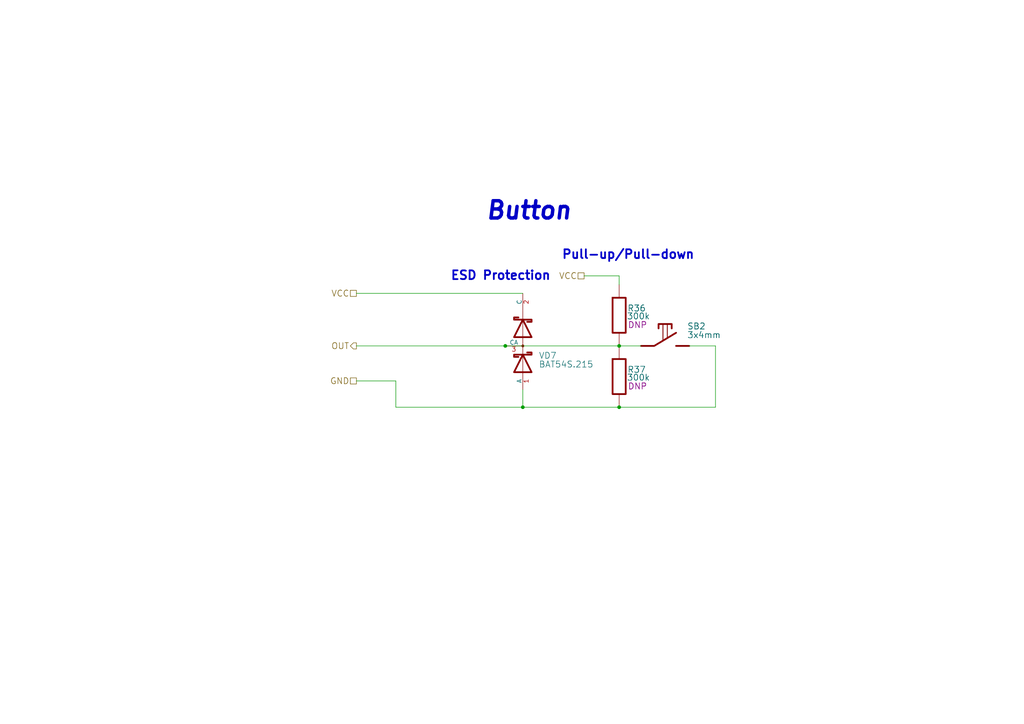
<source format=kicad_sch>
(kicad_sch (version 20211123) (generator eeschema)
  (paper "A4")
  (lib_symbols
    (symbol "Diodes:VD_SCHOTTKY_PROTECT" (pin_names (offset 0))
      (property "Reference" "VD" (at 5.334 1.27 0))
      (property "Value" "VD_SCHOTTKY_PROTECT" (at 19.304 -1.27 0))
      (symbol "VD_SCHOTTKY_PROTECT_0_1"
        (polyline (pts (xy 0 10.16) (xy 0 -7.874)) (stroke (width 0.1524)))
        (polyline (pts (xy -1.27 8.255) (xy -2.54 8.255) (xy -2.54 7.62) (xy 0 7.62) (xy -2.54 2.54) (xy 2.54 2.54) (xy 0 7.62) (xy 2.54 7.62) (xy 2.54 6.985) (xy 1.27 6.985)) (stroke (width 0.508)))
        (polyline (pts (xy 1.27 -1.905) (xy 2.54 -1.905) (xy 2.54 -2.54) (xy 0 -2.54) (xy 2.54 -7.62) (xy -2.54 -7.62) (xy 0 -2.54) (xy -2.54 -2.54) (xy -2.54 -3.175) (xy -1.27 -3.175)) (stroke (width 0.508)))
        (circle (center 0 0) (radius 0.3556) (stroke (width 0.1016)) (fill (type outline)))
      )
      (symbol "VD_SCHOTTKY_PROTECT_1_1"
        (pin passive line (at 0 -12.7 90) (length 5.0038) (name "A") (number "1"))
        (pin passive line (at 0 15.24 270) (length 5.0038) (name "C") (number "2"))
        (pin passive line (at -5.08 0 0) (length 5.0038) (name "CA") (number "3"))
      )
    )
    (symbol "Resistors:R_RES" (pin_names (offset 0))
      (property "Reference" "R" (at 0 3.81 0))
      (property "Value" "R_RES" (at 0 -3.81 0))
      (property "Case/Package" "0000" (at 0 -6.35 0))
      (property "Power" "mW" (at 0 -7.874 0))
      (property "Tolerance" "±%" (at 0 -9.652 0))
      (symbol "R_RES_0_1"
        (rectangle (start -5.08 1.905) (end 5.08 -1.905) (stroke (width 0.508)))
        (polyline (pts (xy -8.89 0) (xy -5.08 0)))
        (polyline (pts (xy 5.08 0) (xy 8.89 0)))
      )
      (symbol "R_RES_1_1"
        (pin passive line (at -8.89 0 0) (length 2.54) hide (name "~") (number "1"))
        (pin passive line (at 8.89 0 180) (length 2.54) hide (name "~") (number "2"))
      )
    )
    (symbol "Switches:SB_ON" (pin_names (offset 0))
      (property "Reference" "SB" (at -2.54 2.54 0))
      (property "Value" "SB_ON" (at 0 -2.54 0))
      (symbol "SB_ON_0_1"
        (polyline (pts (xy -1.27 1.524) (xy -1.27 6.35)) (stroke (width 0.254)))
        (polyline (pts (xy 0 6.35) (xy 0 2.286)) (stroke (width 0.254)))
        (polyline (pts (xy 6.35 0) (xy 2.54 0)) (stroke (width 0.508)))
        (polyline (pts (xy -7.62 0) (xy -3.81 0) (xy 2.54 3.81)) (stroke (width 0.508)))
        (polyline (pts (xy -2.54 5.08) (xy -2.54 6.35) (xy 1.27 6.35) (xy 1.27 5.08)) (stroke (width 0.508)))
      )
      (symbol "SB_ON_1_1"
        (pin passive line (at -7.62 0 0) (length 2.54) hide (name "~") (number "1"))
        (pin passive line (at 6.35 0 180) (length 2.54) hide (name "~") (number "2"))
      )
    )
  )
  (junction (at 179.578 118.11))
  (junction (at 151.638 118.11))
  (junction (at 146.558 100.33))
  (junction (at 179.578 100.33))
  (wire (pts (xy 179.578 80.01) (xy 179.578 82.55)))
  (wire (pts (xy 103.378 110.49) (xy 114.808 110.49)))
  (wire (pts (xy 169.418 80.01) (xy 179.578 80.01)))
  (wire (pts (xy 114.808 118.11) (xy 114.808 110.49)))
  (wire (pts (xy 207.518 100.33) (xy 199.898 100.33)))
  (wire (pts (xy 179.578 118.11) (xy 151.638 118.11)))
  (wire (pts (xy 151.638 118.11) (xy 114.808 118.11)))
  (wire (pts (xy 151.638 113.03) (xy 151.638 118.11)))
  (wire (pts (xy 179.578 100.33) (xy 185.928 100.33)))
  (wire (pts (xy 103.378 85.09) (xy 151.638 85.09)))
  (wire (pts (xy 207.518 100.33) (xy 207.518 118.11)))
  (wire (pts (xy 207.518 118.11) (xy 179.578 118.11)))
  (wire (pts (xy 146.558 100.33) (xy 179.578 100.33)))
  (wire (pts (xy 103.378 100.33) (xy 146.558 100.33)))
  (text "Pull-up/Pull-down" (at 162.814 75.438 0) (effects (font (size 2.54 2.54) (thickness 0.508) bold) (justify left bottom)))
  (text "ESD Protection" (at 130.556 81.534 0) (effects (font (size 2.54 2.54) (thickness 0.508) bold) (justify left bottom)))
  (text "Button" (at 140.589 64.135 0) (effects (font (size 5.0038 5.0038) (thickness 1.0008) bold italic) (justify left bottom)))
  (hierarchical_label "OUT" (shape output) (at 103.378 100.33 180) (effects (font (size 1.778 1.778))))
  (hierarchical_label "VCC" (shape passive) (at 169.418 80.01 180) (effects (font (size 1.778 1.778))))
  (hierarchical_label "GND" (shape passive) (at 103.378 110.49 180) (effects (font (size 1.778 1.778))))
  (hierarchical_label "VCC" (shape passive) (at 103.378 85.09 180) (effects (font (size 1.778 1.778))))
  (symbol (lib_id "Resistors:R_RES") (at 179.578 109.22 270) (unit 1)
    (property "Reference" "R37" (at 184.658 107.188 90) (effects (font (size 1.778 1.778))))
    (property "Value" "300k" (at 185.166 109.474 90) (effects (font (size 1.778 1.778))))
    (property "Footprint" "Resistor_SMD:R_0603_1608Metric" (effects hide))
    (property "Assembly" "DNP" (at 184.912 112.014 90) (effects (font (size 1.778 1.778))))
    (property "Case/Package" "0000" (effects hide))
    (property "Power" "mW" (effects hide))
    (property "Tolerance" "±%" (effects hide))
  )
  (symbol (lib_id "Resistors:R_RES") (at 179.578 91.44 270) (unit 1)
    (property "Reference" "R36" (at 184.658 89.408 90) (effects (font (size 1.778 1.778))))
    (property "Value" "300k" (at 185.166 91.694 90) (effects (font (size 1.778 1.778))))
    (property "Footprint" "Resistor_SMD:R_0603_1608Metric" (effects hide))
    (property "Assembly" "DNP" (at 184.912 94.234 90) (effects (font (size 1.778 1.778))))
    (property "Case/Package" "0000" (effects hide))
    (property "Power" "mW" (effects hide))
    (property "Tolerance" "±%" (effects hide))
  )
  (symbol (lib_id "Diodes:VD_SCHOTTKY_PROTECT") (at 151.638 100.33 0) (unit 1)
    (property "Reference" "VD7" (at 156.2101 103.124 0) (effects (font (size 1.778 1.778)) (justify left)))
    (property "Value" "BAT54S.215" (at 156.2101 105.664 0) (effects (font (size 1.778 1.778)) (justify left)))
    (property "Footprint" "Package_TO_SOT_SMD:SOT-23" (effects hide))
  )
  (symbol (lib_id "Switches:SB_ON") (at 193.548 100.33 0) (unit 1)
    (property "Reference" "SB2" (at 199.263 94.615 0) (effects (font (size 1.778 1.778)) (justify left)))
    (property "Value" "3x4mm" (at 199.263 97.155 0) (effects (font (size 1.778 1.778)) (justify left)))
    (property "Footprint" "Button_Switch_SMD:SW_SPST_B3U-1000P" (effects hide))
  )
)
</source>
